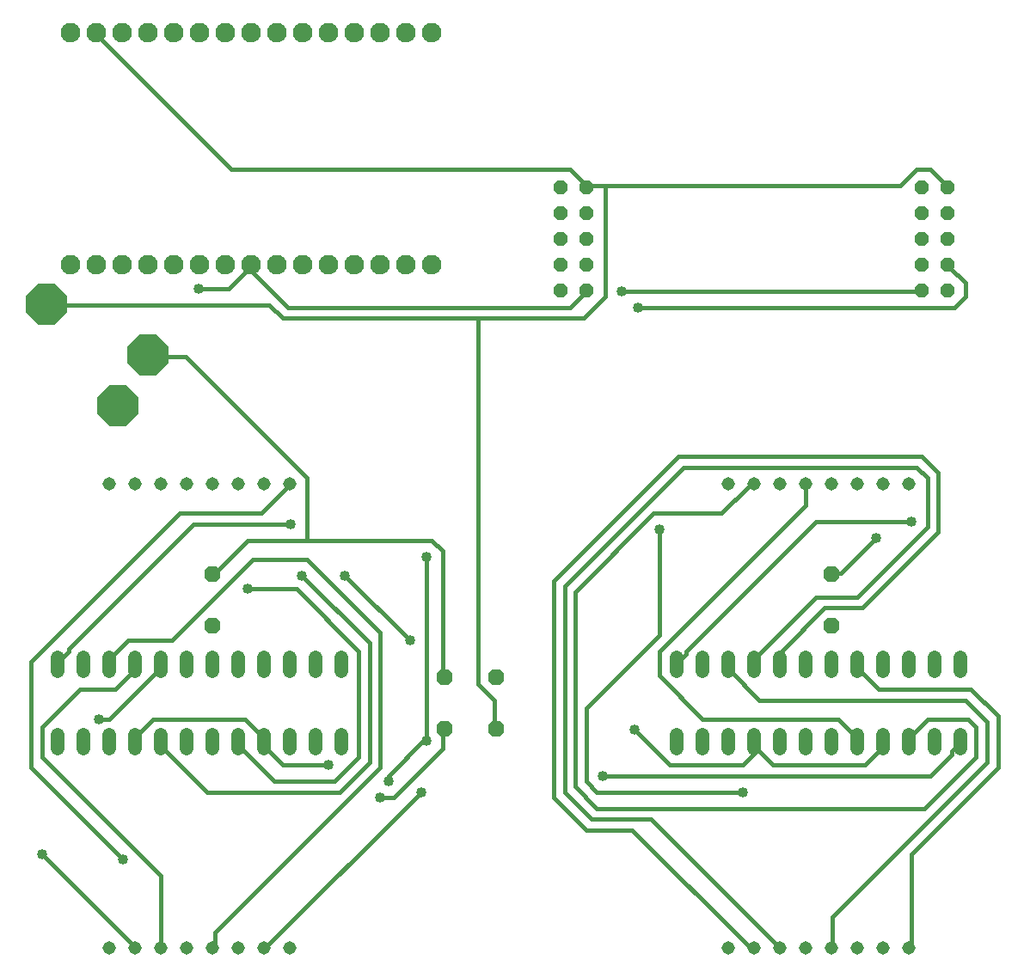
<source format=gbl>
G75*
%MOIN*%
%OFA0B0*%
%FSLAX25Y25*%
%IPPOS*%
%LPD*%
%AMOC8*
5,1,8,0,0,1.08239X$1,22.5*
%
%ADD10C,0.05200*%
%ADD11C,0.05150*%
%ADD12OC8,0.06300*%
%ADD13OC8,0.05600*%
%ADD14OC8,0.15811*%
%ADD15C,0.07600*%
%ADD16C,0.01600*%
%ADD17C,0.04000*%
D10*
X0067250Y0112400D02*
X0067250Y0117600D01*
X0077250Y0117600D02*
X0077250Y0112400D01*
X0087250Y0112400D02*
X0087250Y0117600D01*
X0097250Y0117600D02*
X0097250Y0112400D01*
X0107250Y0112400D02*
X0107250Y0117600D01*
X0117250Y0117600D02*
X0117250Y0112400D01*
X0127250Y0112400D02*
X0127250Y0117600D01*
X0137250Y0117600D02*
X0137250Y0112400D01*
X0147250Y0112400D02*
X0147250Y0117600D01*
X0157250Y0117600D02*
X0157250Y0112400D01*
X0167250Y0112400D02*
X0167250Y0117600D01*
X0177250Y0117600D02*
X0177250Y0112400D01*
X0177250Y0142400D02*
X0177250Y0147600D01*
X0167250Y0147600D02*
X0167250Y0142400D01*
X0157250Y0142400D02*
X0157250Y0147600D01*
X0147250Y0147600D02*
X0147250Y0142400D01*
X0137250Y0142400D02*
X0137250Y0147600D01*
X0127250Y0147600D02*
X0127250Y0142400D01*
X0117250Y0142400D02*
X0117250Y0147600D01*
X0107250Y0147600D02*
X0107250Y0142400D01*
X0097250Y0142400D02*
X0097250Y0147600D01*
X0087250Y0147600D02*
X0087250Y0142400D01*
X0077250Y0142400D02*
X0077250Y0147600D01*
X0067250Y0147600D02*
X0067250Y0142400D01*
X0307250Y0142400D02*
X0307250Y0147600D01*
X0317250Y0147600D02*
X0317250Y0142400D01*
X0327250Y0142400D02*
X0327250Y0147600D01*
X0337250Y0147600D02*
X0337250Y0142400D01*
X0347250Y0142400D02*
X0347250Y0147600D01*
X0357250Y0147600D02*
X0357250Y0142400D01*
X0367250Y0142400D02*
X0367250Y0147600D01*
X0377250Y0147600D02*
X0377250Y0142400D01*
X0387250Y0142400D02*
X0387250Y0147600D01*
X0397250Y0147600D02*
X0397250Y0142400D01*
X0407250Y0142400D02*
X0407250Y0147600D01*
X0417250Y0147600D02*
X0417250Y0142400D01*
X0417250Y0117600D02*
X0417250Y0112400D01*
X0407250Y0112400D02*
X0407250Y0117600D01*
X0397250Y0117600D02*
X0397250Y0112400D01*
X0387250Y0112400D02*
X0387250Y0117600D01*
X0377250Y0117600D02*
X0377250Y0112400D01*
X0367250Y0112400D02*
X0367250Y0117600D01*
X0357250Y0117600D02*
X0357250Y0112400D01*
X0347250Y0112400D02*
X0347250Y0117600D01*
X0337250Y0117600D02*
X0337250Y0112400D01*
X0327250Y0112400D02*
X0327250Y0117600D01*
X0317250Y0117600D02*
X0317250Y0112400D01*
X0307250Y0112400D02*
X0307250Y0117600D01*
D11*
X0327250Y0035000D03*
X0337250Y0035000D03*
X0347250Y0035000D03*
X0357250Y0035000D03*
X0367250Y0035000D03*
X0377250Y0035000D03*
X0387250Y0035000D03*
X0397250Y0035000D03*
X0397250Y0215000D03*
X0387250Y0215000D03*
X0377250Y0215000D03*
X0367250Y0215000D03*
X0357250Y0215000D03*
X0347250Y0215000D03*
X0337250Y0215000D03*
X0327250Y0215000D03*
X0157250Y0215000D03*
X0147250Y0215000D03*
X0137250Y0215000D03*
X0127250Y0215000D03*
X0117250Y0215000D03*
X0107250Y0215000D03*
X0097250Y0215000D03*
X0087250Y0215000D03*
X0087250Y0035000D03*
X0097250Y0035000D03*
X0107250Y0035000D03*
X0117250Y0035000D03*
X0127250Y0035000D03*
X0137250Y0035000D03*
X0147250Y0035000D03*
X0157250Y0035000D03*
D12*
X0217250Y0120000D03*
X0237250Y0120000D03*
X0237250Y0140000D03*
X0217250Y0140000D03*
X0127250Y0160000D03*
X0127250Y0180000D03*
X0367250Y0180000D03*
X0367250Y0160000D03*
D13*
X0402250Y0290000D03*
X0402250Y0300000D03*
X0412250Y0300000D03*
X0412250Y0290000D03*
X0412250Y0310000D03*
X0412250Y0320000D03*
X0402250Y0320000D03*
X0402250Y0310000D03*
X0402250Y0330000D03*
X0412250Y0330000D03*
X0272250Y0330000D03*
X0262250Y0330000D03*
X0262250Y0320000D03*
X0262250Y0310000D03*
X0272250Y0310000D03*
X0272250Y0320000D03*
X0272250Y0300000D03*
X0272250Y0290000D03*
X0262250Y0290000D03*
X0262250Y0300000D03*
D14*
X0102250Y0265000D03*
X0090439Y0245315D03*
X0062880Y0284685D03*
D15*
X0072250Y0300000D03*
X0082250Y0300000D03*
X0092250Y0300000D03*
X0102250Y0300000D03*
X0112250Y0300000D03*
X0122250Y0300000D03*
X0132250Y0300000D03*
X0142250Y0300000D03*
X0152250Y0300000D03*
X0162250Y0300000D03*
X0172250Y0300000D03*
X0182250Y0300000D03*
X0192250Y0300000D03*
X0202250Y0300000D03*
X0212250Y0300000D03*
X0212250Y0390000D03*
X0202250Y0390000D03*
X0192250Y0390000D03*
X0182250Y0390000D03*
X0172250Y0390000D03*
X0162250Y0390000D03*
X0152250Y0390000D03*
X0142250Y0390000D03*
X0132250Y0390000D03*
X0122250Y0390000D03*
X0112250Y0390000D03*
X0102250Y0390000D03*
X0092250Y0390000D03*
X0082250Y0390000D03*
X0072250Y0390000D03*
D16*
X0082250Y0390000D02*
X0083100Y0389500D01*
X0083100Y0388450D01*
X0134550Y0337000D01*
X0265800Y0337000D01*
X0272100Y0330700D01*
X0272250Y0330000D01*
X0273150Y0330700D01*
X0279450Y0330700D01*
X0279450Y0287650D01*
X0271050Y0279250D01*
X0230100Y0279250D01*
X0230100Y0137500D01*
X0236400Y0131200D01*
X0236400Y0120700D01*
X0237250Y0120000D01*
X0217250Y0120000D02*
X0216450Y0119650D01*
X0216450Y0112300D01*
X0197550Y0093400D01*
X0192300Y0093400D01*
X0195450Y0099700D02*
X0195450Y0101800D01*
X0209625Y0115975D01*
X0210150Y0115450D01*
X0209625Y0115975D02*
X0210150Y0116500D01*
X0210150Y0186850D01*
X0212250Y0193150D02*
X0216450Y0188950D01*
X0216450Y0140650D01*
X0217250Y0140000D01*
X0203850Y0154300D02*
X0178650Y0179500D01*
X0163950Y0185800D02*
X0142950Y0185800D01*
X0111450Y0154300D01*
X0094650Y0154300D01*
X0086250Y0145900D01*
X0087250Y0145000D01*
X0096750Y0144850D02*
X0096750Y0142750D01*
X0089400Y0135400D01*
X0075750Y0135400D01*
X0061050Y0120700D01*
X0061050Y0109150D01*
X0107250Y0062950D01*
X0107250Y0035000D01*
X0097250Y0035000D02*
X0096750Y0035650D01*
X0061050Y0071350D01*
X0092550Y0069250D02*
X0056850Y0104950D01*
X0056850Y0145900D01*
X0114600Y0203650D01*
X0146100Y0203650D01*
X0156600Y0214150D01*
X0157250Y0215000D01*
X0163950Y0217300D02*
X0163950Y0193150D01*
X0212250Y0193150D01*
X0192300Y0157450D02*
X0163950Y0185800D01*
X0161850Y0179500D02*
X0188100Y0153250D01*
X0188100Y0107050D01*
X0176550Y0095500D01*
X0125100Y0095500D01*
X0107250Y0113350D01*
X0107250Y0115000D01*
X0104100Y0123850D02*
X0139800Y0123850D01*
X0148200Y0115450D01*
X0147250Y0115000D01*
X0148200Y0114400D01*
X0148200Y0112300D01*
X0154500Y0106000D01*
X0172350Y0106000D01*
X0174450Y0099700D02*
X0151350Y0099700D01*
X0136650Y0114400D01*
X0137250Y0115000D01*
X0104100Y0123850D02*
X0097800Y0117550D01*
X0097800Y0115450D01*
X0097250Y0115000D01*
X0087300Y0123850D02*
X0107250Y0143800D01*
X0107250Y0145000D01*
X0097250Y0145000D02*
X0096750Y0144850D01*
X0071550Y0150100D02*
X0071550Y0151150D01*
X0119850Y0199450D01*
X0157650Y0199450D01*
X0163950Y0193150D02*
X0140850Y0193150D01*
X0128250Y0180550D01*
X0127250Y0180000D01*
X0140850Y0174250D02*
X0159750Y0174250D01*
X0183900Y0150100D01*
X0183900Y0109150D01*
X0174450Y0099700D01*
X0192300Y0104950D02*
X0192300Y0157450D01*
X0192300Y0104950D02*
X0128250Y0040900D01*
X0128250Y0035650D01*
X0127250Y0035000D01*
X0147250Y0035000D02*
X0148200Y0035650D01*
X0208050Y0095500D01*
X0259500Y0093400D02*
X0259500Y0177400D01*
X0307800Y0225700D01*
X0402300Y0225700D01*
X0408600Y0219400D01*
X0408600Y0196300D01*
X0379200Y0166900D01*
X0364500Y0166900D01*
X0347700Y0150100D01*
X0347700Y0145900D01*
X0347250Y0145000D01*
X0338250Y0145900D02*
X0337250Y0145000D01*
X0338250Y0145900D02*
X0338250Y0148000D01*
X0361350Y0171100D01*
X0377100Y0171100D01*
X0404400Y0198400D01*
X0404400Y0217300D01*
X0400200Y0221500D01*
X0309900Y0221500D01*
X0263700Y0175300D01*
X0263700Y0095500D01*
X0274200Y0085000D01*
X0297300Y0085000D01*
X0346650Y0035650D01*
X0347250Y0035000D01*
X0337250Y0035000D02*
X0337200Y0035650D01*
X0335100Y0035650D01*
X0289950Y0080800D01*
X0272100Y0080800D01*
X0259500Y0093400D01*
X0267900Y0097600D02*
X0276300Y0089200D01*
X0403350Y0089200D01*
X0423300Y0109150D01*
X0423300Y0120700D01*
X0420150Y0123850D01*
X0404400Y0123850D01*
X0398100Y0117550D01*
X0398100Y0115450D01*
X0397250Y0115000D01*
X0387250Y0115000D02*
X0386550Y0114400D01*
X0386550Y0112300D01*
X0380250Y0106000D01*
X0344550Y0106000D01*
X0338250Y0112300D01*
X0338250Y0114400D01*
X0337250Y0115000D01*
X0338250Y0111250D01*
X0333000Y0106000D01*
X0304650Y0106000D01*
X0291000Y0119650D01*
X0272100Y0128050D02*
X0272100Y0099700D01*
X0276300Y0095500D01*
X0333000Y0095500D01*
X0317250Y0123850D02*
X0369750Y0123850D01*
X0378150Y0115450D01*
X0377250Y0115000D01*
X0385500Y0135400D02*
X0378150Y0142750D01*
X0378150Y0144850D01*
X0377250Y0145000D01*
X0385500Y0135400D02*
X0421200Y0135400D01*
X0431700Y0124900D01*
X0431700Y0104950D01*
X0398100Y0071350D01*
X0398100Y0035650D01*
X0397250Y0035000D01*
X0367650Y0035650D02*
X0367250Y0035000D01*
X0367650Y0035650D02*
X0367650Y0047200D01*
X0427500Y0107050D01*
X0427500Y0122800D01*
X0419100Y0131200D01*
X0339300Y0131200D01*
X0327750Y0142750D01*
X0327750Y0144850D01*
X0327250Y0145000D01*
X0310950Y0149050D02*
X0307800Y0145900D01*
X0307250Y0145000D01*
X0310950Y0149050D02*
X0310950Y0150100D01*
X0361350Y0200500D01*
X0398100Y0200500D01*
X0384450Y0194200D02*
X0370800Y0180550D01*
X0367650Y0180550D01*
X0367250Y0180000D01*
X0357150Y0206800D02*
X0300450Y0150100D01*
X0300450Y0140650D01*
X0317250Y0123850D01*
X0300450Y0156400D02*
X0272100Y0128050D01*
X0278400Y0101800D02*
X0405450Y0101800D01*
X0413850Y0110200D01*
X0413850Y0111250D01*
X0417000Y0114400D01*
X0417250Y0115000D01*
X0324600Y0203650D02*
X0298350Y0203650D01*
X0267900Y0173200D01*
X0267900Y0097600D01*
X0300450Y0156400D02*
X0300450Y0197350D01*
X0324600Y0203650D02*
X0335100Y0214150D01*
X0337200Y0214150D01*
X0337250Y0215000D01*
X0357150Y0214150D02*
X0357150Y0206800D01*
X0357150Y0214150D02*
X0357250Y0215000D01*
X0414900Y0283450D02*
X0292050Y0283450D01*
X0285750Y0289750D02*
X0401250Y0289750D01*
X0402250Y0290000D01*
X0412800Y0299200D02*
X0412250Y0300000D01*
X0412800Y0299200D02*
X0419100Y0292900D01*
X0419100Y0287650D01*
X0414900Y0283450D01*
X0412250Y0330000D02*
X0411750Y0330700D01*
X0405450Y0337000D01*
X0400200Y0337000D01*
X0393900Y0330700D01*
X0279450Y0330700D01*
X0272250Y0290000D02*
X0272100Y0289750D01*
X0265800Y0283450D01*
X0156600Y0283450D01*
X0141900Y0298150D01*
X0142250Y0300000D01*
X0141900Y0299200D01*
X0133500Y0290800D01*
X0121950Y0290800D01*
X0149250Y0284500D02*
X0154500Y0279250D01*
X0230100Y0279250D01*
X0163950Y0217300D02*
X0116700Y0264550D01*
X0103050Y0264550D01*
X0102250Y0265000D01*
X0063150Y0284500D02*
X0062880Y0284685D01*
X0063150Y0284500D02*
X0149250Y0284500D01*
X0071550Y0150100D02*
X0067350Y0145900D01*
X0067250Y0145000D01*
X0083100Y0123850D02*
X0087300Y0123850D01*
D17*
X0061050Y0071350D03*
X0092550Y0069250D03*
X0083100Y0123850D03*
X0140850Y0174250D03*
X0161850Y0179500D03*
X0178650Y0179500D03*
X0157650Y0199450D03*
X0210150Y0186850D03*
X0203850Y0154300D03*
X0210150Y0115450D03*
X0195450Y0099700D03*
X0192300Y0093400D03*
X0208050Y0095500D03*
X0172350Y0106000D03*
X0278400Y0101800D03*
X0291000Y0119650D03*
X0333000Y0095500D03*
X0384450Y0194200D03*
X0398100Y0200500D03*
X0300450Y0197350D03*
X0292050Y0283450D03*
X0285750Y0289750D03*
X0121950Y0290800D03*
M02*

</source>
